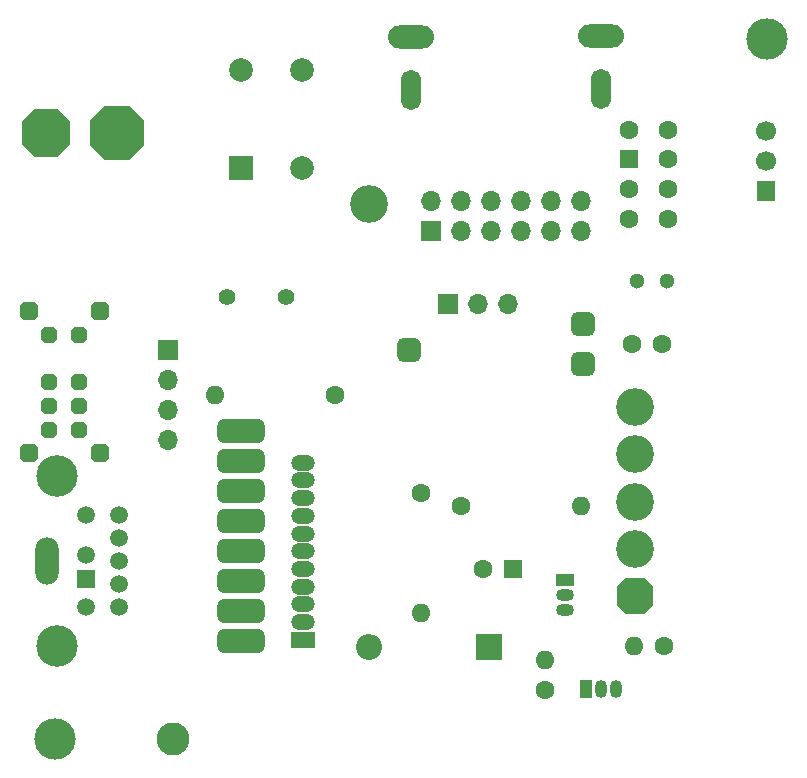
<source format=gbs>
%TF.GenerationSoftware,KiCad,Pcbnew,(6.0.1)*%
%TF.CreationDate,2022-02-25T19:20:15-07:00*%
%TF.ProjectId,Power PCB Ver C -  TH - RF is 9 Pin Genesis Port,506f7765-7220-4504-9342-205665722043,rev?*%
%TF.SameCoordinates,Original*%
%TF.FileFunction,Soldermask,Bot*%
%TF.FilePolarity,Negative*%
%FSLAX46Y46*%
G04 Gerber Fmt 4.6, Leading zero omitted, Abs format (unit mm)*
G04 Created by KiCad (PCBNEW (6.0.1)) date 2022-02-25 19:20:15*
%MOMM*%
%LPD*%
G01*
G04 APERTURE LIST*
G04 Aperture macros list*
%AMRoundRect*
0 Rectangle with rounded corners*
0 $1 Rounding radius*
0 $2 $3 $4 $5 $6 $7 $8 $9 X,Y pos of 4 corners*
0 Add a 4 corners polygon primitive as box body*
4,1,4,$2,$3,$4,$5,$6,$7,$8,$9,$2,$3,0*
0 Add four circle primitives for the rounded corners*
1,1,$1+$1,$2,$3*
1,1,$1+$1,$4,$5*
1,1,$1+$1,$6,$7*
1,1,$1+$1,$8,$9*
0 Add four rect primitives between the rounded corners*
20,1,$1+$1,$2,$3,$4,$5,0*
20,1,$1+$1,$4,$5,$6,$7,0*
20,1,$1+$1,$6,$7,$8,$9,0*
20,1,$1+$1,$8,$9,$2,$3,0*%
%AMOutline5P*
0 Free polygon, 5 corners , with rotation*
0 The origin of the aperture is its center*
0 number of corners: always 5*
0 $1 to $10 corner X, Y*
0 $11 Rotation angle, in degrees counterclockwise*
0 create outline with 5 corners*
4,1,5,$1,$2,$3,$4,$5,$6,$7,$8,$9,$10,$1,$2,$11*%
%AMOutline6P*
0 Free polygon, 6 corners , with rotation*
0 The origin of the aperture is its center*
0 number of corners: always 6*
0 $1 to $12 corner X, Y*
0 $13 Rotation angle, in degrees counterclockwise*
0 create outline with 6 corners*
4,1,6,$1,$2,$3,$4,$5,$6,$7,$8,$9,$10,$11,$12,$1,$2,$13*%
%AMOutline7P*
0 Free polygon, 7 corners , with rotation*
0 The origin of the aperture is its center*
0 number of corners: always 7*
0 $1 to $14 corner X, Y*
0 $15 Rotation angle, in degrees counterclockwise*
0 create outline with 7 corners*
4,1,7,$1,$2,$3,$4,$5,$6,$7,$8,$9,$10,$11,$12,$13,$14,$1,$2,$15*%
%AMOutline8P*
0 Free polygon, 8 corners , with rotation*
0 The origin of the aperture is its center*
0 number of corners: always 8*
0 $1 to $16 corner X, Y*
0 $17 Rotation angle, in degrees counterclockwise*
0 create outline with 8 corners*
4,1,8,$1,$2,$3,$4,$5,$6,$7,$8,$9,$10,$11,$12,$13,$14,$15,$16,$1,$2,$17*%
G04 Aperture macros list end*
%ADD10C,1.600000*%
%ADD11O,1.600000X1.600000*%
%ADD12RoundRect,0.500000X-0.500000X-0.500000X0.500000X-0.500000X0.500000X0.500000X-0.500000X0.500000X0*%
%ADD13R,1.599997X1.700000*%
%ADD14C,1.700000*%
%ADD15R,1.700000X1.700000*%
%ADD16O,1.700000X1.700000*%
%ADD17Outline8P,-2.250000X1.125000X-1.125000X2.250000X1.125000X2.250000X2.250000X1.125000X2.250000X-1.125000X1.125000X-2.250000X-1.125000X-2.250000X-2.250000X-1.125000X0.000000*%
%ADD18Outline8P,-2.000000X1.000000X-1.000000X2.000000X1.000000X2.000000X2.000000X1.000000X2.000000X-1.000000X1.000000X-2.000000X-1.000000X-2.000000X-2.000000X-1.000000X0.000000*%
%ADD19R,2.000000X1.350000*%
%ADD20O,2.000000X1.350000*%
%ADD21R,1.508000X1.508000*%
%ADD22C,1.508000*%
%ADD23C,3.516000*%
%ADD24O,2.000000X4.000000*%
%ADD25R,1.050000X1.500000*%
%ADD26O,1.050000X1.500000*%
%ADD27R,1.600000X1.600000*%
%ADD28R,2.200000X2.200000*%
%ADD29O,2.200000X2.200000*%
%ADD30R,2.000000X2.000000*%
%ADD31C,2.000000*%
%ADD32O,3.900000X1.950000*%
%ADD33O,1.700000X3.400000*%
%ADD34C,3.500000*%
%ADD35R,1.500000X1.050000*%
%ADD36O,1.500000X1.050000*%
%ADD37C,3.200000*%
%ADD38Outline8P,-1.550000X0.775000X-0.775000X1.550000X0.775000X1.550000X1.550000X0.775000X1.550000X-0.775000X0.775000X-1.550000X-0.775000X-1.550000X-1.550000X-0.775000X90.000000*%
%ADD39C,1.400000*%
%ADD40C,2.800000*%
%ADD41C,1.300000*%
%ADD42Outline8P,-0.700000X0.350000X-0.350000X0.700000X0.350000X0.700000X0.700000X0.350000X0.700000X-0.350000X0.350000X-0.700000X-0.350000X-0.700000X-0.700000X-0.350000X270.000000*%
%ADD43Outline8P,-0.800000X0.400000X-0.400000X0.800000X0.400000X0.800000X0.800000X0.400000X0.800000X-0.400000X0.400000X-0.800000X-0.400000X-0.800000X-0.800000X-0.400000X270.000000*%
%ADD44Outline8P,-0.800000X0.400000X-0.400000X0.800000X0.400000X0.800000X0.800000X0.400000X0.800000X-0.400000X0.400000X-0.800000X-0.400000X-0.800000X-0.800000X-0.400000X90.000000*%
%ADD45RoundRect,0.500000X-1.500000X-0.500000X1.500000X-0.500000X1.500000X0.500000X-1.500000X0.500000X0*%
G04 APERTURE END LIST*
D10*
%TO.C,R1*%
X171716100Y-128573600D03*
D11*
X169176100Y-128573600D03*
%TD*%
D12*
%TO.C,J12*%
X150096100Y-103483600D03*
%TD*%
D13*
%TO.C,U1*%
X180388100Y-90053600D03*
D14*
X180388100Y-87513600D03*
X180388100Y-84973600D03*
%TD*%
D12*
%TO.C,J10*%
X164826100Y-104693600D03*
%TD*%
D15*
%TO.C,J6*%
X151976100Y-93418600D03*
D16*
X151976100Y-90878600D03*
X154516100Y-93418600D03*
X154516100Y-90878600D03*
X157056100Y-93418600D03*
X157056100Y-90878600D03*
X159596100Y-93418600D03*
X159596100Y-90878600D03*
X162136100Y-93418600D03*
X162136100Y-90878600D03*
X164676100Y-93418600D03*
X164676100Y-90878600D03*
%TD*%
D17*
%TO.C,J1*%
X125426102Y-85113598D03*
D18*
X119426100Y-85113598D03*
%TD*%
D15*
%TO.C,J4*%
X129716100Y-103443600D03*
D16*
X129716100Y-105983600D03*
X129716100Y-108523600D03*
X129716100Y-111063600D03*
%TD*%
D12*
%TO.C,J11*%
X164826100Y-101293600D03*
%TD*%
D19*
%TO.C,J3*%
X141126100Y-128018600D03*
D20*
X141126100Y-126518600D03*
X141126100Y-125018600D03*
X141126100Y-123518600D03*
X141126100Y-122018600D03*
X141126100Y-120518600D03*
X141126100Y-119018600D03*
X141126100Y-117518600D03*
X141126100Y-116018600D03*
X141126100Y-114518600D03*
X141126100Y-113018600D03*
%TD*%
D21*
%TO.C,J20*%
X122802100Y-122827600D03*
D22*
X122802100Y-120827600D03*
X122802100Y-125227600D03*
X125602100Y-123277600D03*
X125602100Y-121327600D03*
X122802100Y-117427600D03*
X125602100Y-125227600D03*
X125602100Y-119377600D03*
X125602100Y-117427600D03*
D23*
X120352100Y-128552600D03*
X120352100Y-114102600D03*
D24*
X119452100Y-121327600D03*
%TD*%
D15*
%TO.C,J16*%
X153436100Y-99586100D03*
D16*
X155976100Y-99586100D03*
X158516100Y-99586100D03*
%TD*%
D25*
%TO.C,Q1*%
X165126100Y-132143600D03*
D26*
X166396100Y-132143600D03*
X167666100Y-132143600D03*
%TD*%
D27*
%TO.C,C8*%
X158926100Y-122018600D03*
D10*
X156426100Y-122018600D03*
%TD*%
D28*
%TO.C,D2*%
X156926100Y-128593600D03*
D29*
X146766100Y-128593600D03*
%TD*%
D10*
%TO.C,R6*%
X143836100Y-107303600D03*
D11*
X133676100Y-107303600D03*
%TD*%
D30*
%TO.C,D1*%
X135926100Y-88036100D03*
D31*
X141026100Y-88036100D03*
X141026100Y-79786100D03*
X135926100Y-79786100D03*
%TD*%
D32*
%TO.C,J17*%
X166418100Y-76877600D03*
D33*
X166418100Y-81377600D03*
%TD*%
D10*
%TO.C,C5*%
X172096100Y-84843600D03*
X172096100Y-87343600D03*
%TD*%
D34*
%TO.C,*%
X180476100Y-77113600D03*
%TD*%
%TO.C,*%
X120126100Y-136393600D03*
%TD*%
D35*
%TO.C,Q2*%
X163376100Y-122968600D03*
D36*
X163376100Y-124238600D03*
X163376100Y-125508600D03*
%TD*%
D37*
%TO.C,J2*%
X169226100Y-116313600D03*
X169226100Y-108313600D03*
X169226100Y-120313600D03*
X169226100Y-112313597D03*
D38*
X169226100Y-124313600D03*
%TD*%
D27*
%TO.C,C7*%
X168716100Y-87338600D03*
D10*
X168716100Y-84838600D03*
%TD*%
D37*
%TO.C,GND*%
X146756100Y-91113600D03*
%TD*%
D39*
%TO.C,C1*%
X134708100Y-99013598D03*
X139708100Y-99013598D03*
%TD*%
D40*
%TO.C,*%
X130126100Y-136393600D03*
%TD*%
D41*
%TO.C,C3*%
X171935300Y-97640600D03*
X169435300Y-97640600D03*
%TD*%
D10*
%TO.C,R3*%
X154546100Y-116693600D03*
D11*
X164706100Y-116693600D03*
%TD*%
D10*
%TO.C,C2*%
X171548900Y-102988800D03*
X169048900Y-102988800D03*
%TD*%
D32*
%TO.C,J18*%
X150272100Y-76971600D03*
D33*
X150272100Y-81471600D03*
%TD*%
D10*
%TO.C,C6*%
X168746100Y-92363600D03*
X168746100Y-89863600D03*
%TD*%
%TO.C,C4*%
X172096100Y-92353600D03*
X172096100Y-89853600D03*
%TD*%
%TO.C,R2*%
X161676100Y-132233600D03*
D11*
X161676100Y-129693600D03*
%TD*%
D10*
%TO.C,R4*%
X151126100Y-115593600D03*
D11*
X151126100Y-125753600D03*
%TD*%
D42*
%TO.C,SW1*%
X122176100Y-102213600D03*
X119676100Y-106213600D03*
X119676100Y-108213600D03*
X119676100Y-110213600D03*
X122176100Y-106213600D03*
X122176100Y-108213600D03*
X122176100Y-110213600D03*
X119676100Y-102213600D03*
D43*
X117926100Y-100213600D03*
D44*
X117926100Y-112213600D03*
X123926100Y-112213600D03*
D43*
X123926100Y-100213600D03*
%TD*%
D45*
%TO.C,J5*%
X135876100Y-128093600D03*
X135876100Y-125553600D03*
X135876100Y-123013600D03*
X135876100Y-120473600D03*
X135876100Y-117933600D03*
X135876100Y-115393600D03*
X135876100Y-112853600D03*
X135876100Y-110313600D03*
%TD*%
M02*

</source>
